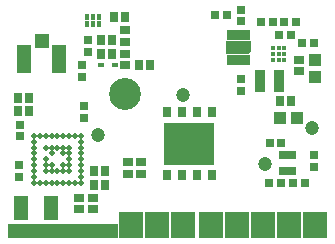
<source format=gbs>
G04*
G04 #@! TF.GenerationSoftware,Altium Limited,Altium Designer,19.1.5 (86)*
G04*
G04 Layer_Color=16711935*
%FSAX25Y25*%
%MOIN*%
G70*
G01*
G75*
%ADD23C,0.04724*%
%ADD45R,0.36614X0.04724*%
%ADD46R,0.07887X0.08674*%
%ADD47R,0.02769X0.03753*%
%ADD48R,0.16548X0.14186*%
%ADD49R,0.03162X0.02769*%
%ADD50R,0.01587X0.01981*%
%ADD51R,0.03044X0.03241*%
%ADD52R,0.03320X0.03162*%
%ADD53R,0.03162X0.03320*%
%ADD54R,0.02217X0.01784*%
%ADD55R,0.03241X0.03044*%
%ADD56R,0.02769X0.03162*%
%ADD57R,0.02769X0.02769*%
%ADD58R,0.01981X0.03556*%
%ADD59C,0.01784*%
%ADD60R,0.03950X0.03950*%
%ADD61R,0.03556X0.07493*%
%ADD62R,0.03950X0.03950*%
%ADD63R,0.01981X0.02572*%
%ADD64C,0.01981*%
%ADD65R,0.05131X0.08280*%
%ADD66R,0.04737X0.04737*%
%ADD67R,0.04934X0.09461*%
%ADD68C,0.10642*%
G36*
X0189894Y0182506D02*
X0189920Y0182505D01*
X0189921Y0182505D01*
X0189921Y0182504D01*
X0189946Y0182500D01*
X0189972Y0182495D01*
X0189972Y0182494D01*
X0189973Y0182494D01*
X0189996Y0182486D01*
X0190021Y0182478D01*
X0190022Y0182478D01*
X0190022Y0182477D01*
X0190044Y0182467D01*
X0190068Y0182455D01*
X0190069Y0182455D01*
X0190069Y0182454D01*
X0190092Y0182440D01*
X0190112Y0182426D01*
X0190113Y0182425D01*
X0190113Y0182425D01*
X0190134Y0182407D01*
X0190152Y0182391D01*
X0190152Y0182391D01*
X0190152Y0182391D01*
X0190169Y0182372D01*
X0190186Y0182352D01*
X0190187Y0182352D01*
X0190187Y0182351D01*
X0190201Y0182330D01*
X0190216Y0182308D01*
X0190216Y0182308D01*
X0190216Y0182308D01*
X0190228Y0182283D01*
X0190239Y0182262D01*
X0190239Y0182261D01*
X0190239Y0182261D01*
X0190248Y0182236D01*
X0190256Y0182212D01*
X0190256Y0182211D01*
X0190256Y0182211D01*
X0190261Y0182187D01*
X0190266Y0182161D01*
X0190266Y0182160D01*
X0190267Y0182159D01*
X0190268Y0182135D01*
X0190270Y0182108D01*
X0190271Y0181816D01*
X0190271Y0181816D01*
X0190271Y0181815D01*
X0190271Y0179350D01*
X0190271Y0179350D01*
X0190271Y0179350D01*
X0190269Y0179321D01*
X0190268Y0179298D01*
X0190268Y0179297D01*
X0190268Y0179297D01*
X0190263Y0179273D01*
X0190258Y0179246D01*
X0190258Y0179246D01*
X0190258Y0179246D01*
X0190252Y0179228D01*
X0190241Y0179197D01*
X0190241Y0179196D01*
X0190241Y0179196D01*
X0190229Y0179173D01*
X0190218Y0179149D01*
X0190218Y0179149D01*
X0190217Y0179149D01*
X0190202Y0179126D01*
X0190189Y0179106D01*
X0190189Y0179106D01*
X0190188Y0179106D01*
X0190171Y0179086D01*
X0190154Y0179067D01*
X0190154Y0179066D01*
X0190154Y0179066D01*
X0189169Y0178083D01*
X0189151Y0178068D01*
X0189129Y0178048D01*
X0189129Y0178048D01*
X0189129Y0178048D01*
X0189109Y0178035D01*
X0189086Y0178019D01*
X0189085Y0178019D01*
X0189085Y0178019D01*
X0189064Y0178008D01*
X0189039Y0177996D01*
X0189038Y0177996D01*
X0189038Y0177996D01*
X0189023Y0177990D01*
X0188989Y0177979D01*
X0188989Y0177979D01*
X0188989Y0177979D01*
X0188971Y0177975D01*
X0188938Y0177969D01*
X0188937Y0177969D01*
X0188937Y0177969D01*
X0188914Y0177967D01*
X0188885Y0177965D01*
X0182193Y0177965D01*
X0182193D01*
X0182193D01*
X0182141Y0177969D01*
X0182089Y0177979D01*
X0182039Y0177996D01*
X0181992Y0178019D01*
X0181949Y0178048D01*
X0181915Y0178078D01*
X0181910Y0178083D01*
Y0178083D01*
X0181909D01*
X0181905Y0178088D01*
X0181875Y0178122D01*
X0181846Y0178166D01*
X0181823Y0178213D01*
X0181806Y0178262D01*
X0181796Y0178314D01*
X0181792Y0178366D01*
Y0178366D01*
Y0178366D01*
X0181792Y0181809D01*
X0181792Y0182105D01*
X0181792Y0182105D01*
X0181792Y0182106D01*
X0181793Y0182130D01*
X0181795Y0182157D01*
X0181795Y0182158D01*
X0181795Y0182158D01*
X0181800Y0182184D01*
X0181805Y0182209D01*
X0181805Y0182209D01*
X0181805Y0182209D01*
X0181814Y0182234D01*
X0181822Y0182258D01*
X0181822Y0182259D01*
X0181822Y0182259D01*
X0181833Y0182281D01*
X0181845Y0182305D01*
X0181845Y0182306D01*
X0181845Y0182306D01*
X0181861Y0182329D01*
X0181874Y0182349D01*
X0181874Y0182349D01*
X0181875Y0182350D01*
X0181893Y0182370D01*
X0181909Y0182388D01*
X0181909Y0182389D01*
X0181909Y0182389D01*
X0181927Y0182404D01*
X0181948Y0182423D01*
X0181948Y0182423D01*
X0181948Y0182423D01*
X0181968Y0182436D01*
X0181992Y0182452D01*
X0181992Y0182452D01*
X0181992Y0182453D01*
X0182016Y0182464D01*
X0182038Y0182476D01*
X0182039Y0182476D01*
X0182039Y0182476D01*
X0182067Y0182485D01*
X0182088Y0182493D01*
X0182088Y0182493D01*
X0182089Y0182493D01*
X0182117Y0182498D01*
X0182140Y0182503D01*
X0182140Y0182503D01*
X0182140Y0182503D01*
X0182166Y0182505D01*
X0182192Y0182506D01*
X0182192Y0182506D01*
X0182193Y0182506D01*
X0189868Y0182508D01*
D01*
D01*
X0189869D01*
X0189894Y0182506D01*
D02*
G37*
D23*
X0139181Y0151102D02*
D03*
X0167685Y0164488D02*
D03*
X0210362Y0153307D02*
D03*
X0194811Y0141260D02*
D03*
D45*
X0127488Y0119055D02*
D03*
D46*
X0211543Y0121221D02*
D03*
X0202882D02*
D03*
X0194220D02*
D03*
X0185559D02*
D03*
X0176898D02*
D03*
X0167449D02*
D03*
X0158787D02*
D03*
X0150126D02*
D03*
D47*
X0162139Y0158873D02*
D03*
X0167139D02*
D03*
X0172139D02*
D03*
X0177139D02*
D03*
Y0137613D02*
D03*
X0172139D02*
D03*
X0167139D02*
D03*
X0162139D02*
D03*
D48*
X0169639Y0148243D02*
D03*
D49*
X0113236Y0150630D02*
D03*
Y0154567D02*
D03*
X0135874Y0178661D02*
D03*
Y0182598D02*
D03*
X0187016Y0188976D02*
D03*
Y0192913D02*
D03*
Y0169803D02*
D03*
Y0165866D02*
D03*
X0211268Y0140512D02*
D03*
Y0144449D02*
D03*
X0134417Y0156653D02*
D03*
Y0160591D02*
D03*
X0133866Y0170472D02*
D03*
Y0174409D02*
D03*
X0112724Y0137106D02*
D03*
Y0141043D02*
D03*
D50*
X0135598Y0190354D02*
D03*
X0137567D02*
D03*
X0139535D02*
D03*
Y0187992D02*
D03*
X0137567D02*
D03*
X0135598D02*
D03*
D51*
X0148354Y0190315D02*
D03*
X0144653D02*
D03*
X0116150Y0163425D02*
D03*
X0112449D02*
D03*
D52*
X0148354Y0182205D02*
D03*
Y0185984D02*
D03*
X0206071Y0176221D02*
D03*
Y0172441D02*
D03*
X0153512Y0141969D02*
D03*
Y0138189D02*
D03*
X0149024Y0141929D02*
D03*
Y0138150D02*
D03*
X0137528Y0126378D02*
D03*
Y0130157D02*
D03*
X0133000Y0126457D02*
D03*
Y0130236D02*
D03*
D53*
X0140165Y0182598D02*
D03*
X0143945D02*
D03*
X0143945Y0178071D02*
D03*
X0140165D02*
D03*
X0152764Y0174370D02*
D03*
X0156543D02*
D03*
X0199772Y0162284D02*
D03*
X0203551D02*
D03*
X0116268Y0159016D02*
D03*
X0112488D02*
D03*
X0141543Y0139016D02*
D03*
X0137764D02*
D03*
X0141504Y0134567D02*
D03*
X0137724D02*
D03*
D54*
X0144811Y0174370D02*
D03*
X0140087D02*
D03*
D55*
X0148354D02*
D03*
Y0178071D02*
D03*
D56*
X0182173Y0190984D02*
D03*
X0178236D02*
D03*
X0197370Y0188858D02*
D03*
X0193433D02*
D03*
X0205244D02*
D03*
X0201307D02*
D03*
X0203394Y0184488D02*
D03*
X0199457D02*
D03*
X0207331Y0181732D02*
D03*
X0211268D02*
D03*
X0200323Y0148583D02*
D03*
X0196386D02*
D03*
X0204181Y0134921D02*
D03*
X0208118D02*
D03*
X0196307D02*
D03*
X0200244D02*
D03*
D57*
X0186031Y0180236D02*
D03*
D58*
X0188984Y0184370D02*
D03*
X0187016D02*
D03*
X0185047D02*
D03*
X0183079D02*
D03*
Y0176102D02*
D03*
X0185047D02*
D03*
X0187016D02*
D03*
X0188984D02*
D03*
D59*
X0199378Y0178189D02*
D03*
X0201346D02*
D03*
X0197409D02*
D03*
X0199378Y0176221D02*
D03*
X0197409D02*
D03*
X0201346D02*
D03*
Y0180157D02*
D03*
X0199378D02*
D03*
X0197409D02*
D03*
D60*
X0211504Y0170315D02*
D03*
Y0176221D02*
D03*
D61*
X0193118Y0169213D02*
D03*
X0199417D02*
D03*
D62*
X0205598Y0156811D02*
D03*
X0199693D02*
D03*
D63*
X0200362Y0139154D02*
D03*
X0202331D02*
D03*
X0204299D02*
D03*
X0200362Y0144468D02*
D03*
X0202331D02*
D03*
X0204299D02*
D03*
D64*
X0133551Y0135079D02*
D03*
Y0137047D02*
D03*
Y0139016D02*
D03*
Y0140984D02*
D03*
Y0142953D02*
D03*
Y0144921D02*
D03*
Y0146890D02*
D03*
Y0148858D02*
D03*
Y0150827D02*
D03*
X0117803Y0135079D02*
D03*
X0119772D02*
D03*
X0121740D02*
D03*
X0123709D02*
D03*
X0125677D02*
D03*
X0127646D02*
D03*
X0129614D02*
D03*
X0131583D02*
D03*
X0117803Y0137047D02*
D03*
Y0139016D02*
D03*
X0121740D02*
D03*
X0123709D02*
D03*
X0125677D02*
D03*
X0127646D02*
D03*
X0129614D02*
D03*
X0117803Y0140984D02*
D03*
X0121740D02*
D03*
X0123709D02*
D03*
X0127646D02*
D03*
X0129614D02*
D03*
X0117803Y0142953D02*
D03*
X0121740D02*
D03*
X0129614D02*
D03*
X0117803Y0144921D02*
D03*
X0123709D02*
D03*
X0127646D02*
D03*
X0129614D02*
D03*
X0117803Y0146890D02*
D03*
X0121740D02*
D03*
X0123709D02*
D03*
X0125677D02*
D03*
X0127646D02*
D03*
X0129614D02*
D03*
X0117803Y0148858D02*
D03*
Y0150827D02*
D03*
X0119772D02*
D03*
X0121740D02*
D03*
X0123709D02*
D03*
X0125677D02*
D03*
X0127646D02*
D03*
X0129614D02*
D03*
X0131583D02*
D03*
D65*
X0123512Y0126850D02*
D03*
X0113669D02*
D03*
D66*
X0120441Y0182315D02*
D03*
D67*
X0126248Y0176409D02*
D03*
X0114634D02*
D03*
D68*
X0148295Y0164725D02*
D03*
M02*

</source>
